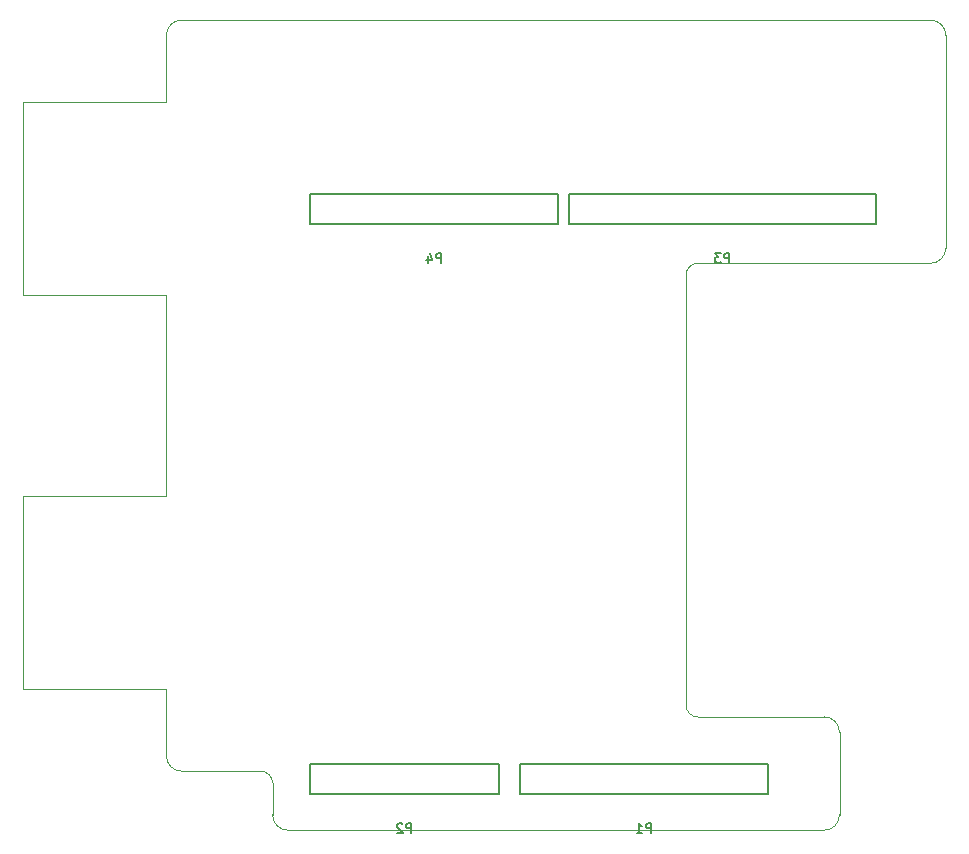
<source format=gbo>
G04 (created by PCBNEW (2013-07-07 BZR 4022)-stable) date 28/02/2015 20:38:53*
%MOIN*%
G04 Gerber Fmt 3.4, Leading zero omitted, Abs format*
%FSLAX34Y34*%
G01*
G70*
G90*
G04 APERTURE LIST*
%ADD10C,0.00590551*%
%ADD11C,0.000393701*%
G04 APERTURE END LIST*
G54D10*
G54D11*
X42173Y-51606D02*
X42173Y-49370D01*
X42173Y-49370D02*
X37401Y-49370D01*
X37401Y-49370D02*
X37401Y-42952D01*
X37401Y-42952D02*
X42173Y-42952D01*
X42173Y-42952D02*
X42173Y-36259D01*
X42173Y-36259D02*
X37401Y-36259D01*
X37401Y-36259D02*
X37401Y-29822D01*
X37401Y-29822D02*
X42173Y-29822D01*
X42173Y-29822D02*
X42173Y-27590D01*
X42173Y-27590D02*
G75*
G02X42685Y-27078I511J0D01*
G74*
G01*
X45716Y-52511D02*
X45716Y-53574D01*
X42685Y-52118D02*
X45322Y-52118D01*
X67645Y-27078D02*
X42685Y-27078D01*
X68157Y-34677D02*
X68157Y-27590D01*
X59889Y-35188D02*
X67645Y-35188D01*
X59496Y-49913D02*
X59496Y-35582D01*
X64102Y-50307D02*
X59889Y-50307D01*
X64614Y-53574D02*
X64614Y-50818D01*
X46228Y-54086D02*
X64102Y-54086D01*
X45322Y-52118D02*
G75*
G02X45716Y-52511I0J-393D01*
G74*
G01*
X42685Y-52118D02*
G75*
G02X42173Y-51606I0J511D01*
G74*
G01*
X67645Y-27078D02*
G75*
G02X68157Y-27590I0J-511D01*
G74*
G01*
X68157Y-34678D02*
G75*
G02X67645Y-35188I-511J0D01*
G74*
G01*
X59496Y-35581D02*
G75*
G02X59889Y-35188I393J0D01*
G74*
G01*
X59889Y-50307D02*
G75*
G02X59496Y-49913I0J393D01*
G74*
G01*
X64103Y-50307D02*
G75*
G02X64614Y-50818I0J-511D01*
G74*
G01*
X64614Y-53575D02*
G75*
G02X64102Y-54086I-511J0D01*
G74*
G01*
X46227Y-54086D02*
G75*
G02X45716Y-53574I0J511D01*
G74*
G01*
G54D10*
X62236Y-51877D02*
X53968Y-51877D01*
X53968Y-51877D02*
X53968Y-52862D01*
X53968Y-52862D02*
X62236Y-52862D01*
X62236Y-52862D02*
X62236Y-51877D01*
X65820Y-32877D02*
X55584Y-32877D01*
X55584Y-32877D02*
X55584Y-33862D01*
X55584Y-33862D02*
X65820Y-33862D01*
X65820Y-33862D02*
X65820Y-32877D01*
X53251Y-51877D02*
X46952Y-51877D01*
X46952Y-51877D02*
X46952Y-52862D01*
X46952Y-52862D02*
X53251Y-52862D01*
X53251Y-52862D02*
X53251Y-51877D01*
X55236Y-32877D02*
X46968Y-32877D01*
X46968Y-32877D02*
X46968Y-33862D01*
X46968Y-33862D02*
X55236Y-33862D01*
X55236Y-33862D02*
X55236Y-32877D01*
X58334Y-54170D02*
X58334Y-53855D01*
X58214Y-53855D01*
X58184Y-53870D01*
X58169Y-53885D01*
X58154Y-53915D01*
X58154Y-53960D01*
X58169Y-53990D01*
X58184Y-54005D01*
X58214Y-54020D01*
X58334Y-54020D01*
X57854Y-54170D02*
X58034Y-54170D01*
X57944Y-54170D02*
X57944Y-53855D01*
X57974Y-53900D01*
X58004Y-53930D01*
X58034Y-53945D01*
X60934Y-35170D02*
X60934Y-34855D01*
X60814Y-34855D01*
X60784Y-34870D01*
X60769Y-34885D01*
X60754Y-34915D01*
X60754Y-34960D01*
X60769Y-34990D01*
X60784Y-35005D01*
X60814Y-35020D01*
X60934Y-35020D01*
X60649Y-34855D02*
X60454Y-34855D01*
X60559Y-34975D01*
X60514Y-34975D01*
X60484Y-34990D01*
X60469Y-35005D01*
X60454Y-35035D01*
X60454Y-35110D01*
X60469Y-35140D01*
X60484Y-35155D01*
X60514Y-35170D01*
X60604Y-35170D01*
X60634Y-35155D01*
X60649Y-35140D01*
X50334Y-54170D02*
X50334Y-53855D01*
X50214Y-53855D01*
X50184Y-53870D01*
X50169Y-53885D01*
X50154Y-53915D01*
X50154Y-53960D01*
X50169Y-53990D01*
X50184Y-54005D01*
X50214Y-54020D01*
X50334Y-54020D01*
X50034Y-53885D02*
X50019Y-53870D01*
X49989Y-53855D01*
X49914Y-53855D01*
X49884Y-53870D01*
X49869Y-53885D01*
X49854Y-53915D01*
X49854Y-53945D01*
X49869Y-53990D01*
X50049Y-54170D01*
X49854Y-54170D01*
X51334Y-35170D02*
X51334Y-34855D01*
X51214Y-34855D01*
X51184Y-34870D01*
X51169Y-34885D01*
X51154Y-34915D01*
X51154Y-34960D01*
X51169Y-34990D01*
X51184Y-35005D01*
X51214Y-35020D01*
X51334Y-35020D01*
X50884Y-34960D02*
X50884Y-35170D01*
X50959Y-34840D02*
X51034Y-35065D01*
X50839Y-35065D01*
M02*

</source>
